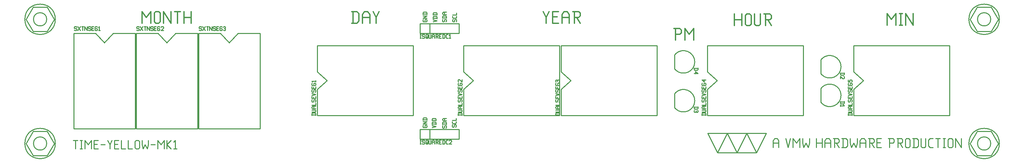
<source format=gbr>
G04 start of page 14 for group -4079 idx -4079 *
G04 Title: (unknown), topsilk *
G04 Creator: pcb 20110918 *
G04 CreationDate: Tue 14 Jan 2014 03:41:54 PM GMT UTC *
G04 For: vince *
G04 Format: Gerber/RS-274X *
G04 PCB-Dimensions: 1000000 160000 *
G04 PCB-Coordinate-Origin: lower left *
%MOIN*%
%FSLAX25Y25*%
%LNTOPSILK*%
%ADD95C,0.0120*%
%ADD94C,0.0100*%
G54D94*X767500Y18800D02*Y11750D01*
Y18800D02*X769145Y21150D01*
X771730D01*
X773375Y18800D01*
Y11750D01*
X767500Y16450D02*X773375D01*
X780425Y21150D02*X782775Y11750D01*
X785125Y21150D01*
X787945D02*Y11750D01*
Y21150D02*X791470Y16450D01*
X794995Y21150D01*
Y11750D01*
X797815Y21150D02*Y16450D01*
X798990Y11750D01*
X801340Y16450D01*
X803690Y11750D01*
X804865Y16450D01*
Y21150D02*Y16450D01*
X811915Y21150D02*Y11750D01*
X817790Y21150D02*Y11750D01*
X811915Y16450D02*X817790D01*
X820610Y18800D02*Y11750D01*
Y18800D02*X822255Y21150D01*
X824840D01*
X826485Y18800D01*
Y11750D01*
X820610Y16450D02*X826485D01*
X829305Y21150D02*X834005D01*
X835180Y19975D01*
Y17625D01*
X834005Y16450D02*X835180Y17625D01*
X830480Y16450D02*X834005D01*
X830480Y21150D02*Y11750D01*
X832360Y16450D02*X835180Y11750D01*
X839175Y21150D02*Y11750D01*
X842230Y21150D02*X843875Y19505D01*
Y13395D01*
X842230Y11750D02*X843875Y13395D01*
X838000Y11750D02*X842230D01*
X838000Y21150D02*X842230D01*
X846695D02*Y16450D01*
X847870Y11750D01*
X850220Y16450D01*
X852570Y11750D01*
X853745Y16450D01*
Y21150D02*Y16450D01*
X856565Y18800D02*Y11750D01*
Y18800D02*X858210Y21150D01*
X860795D01*
X862440Y18800D01*
Y11750D01*
X856565Y16450D02*X862440D01*
X865260Y21150D02*X869960D01*
X871135Y19975D01*
Y17625D01*
X869960Y16450D02*X871135Y17625D01*
X866435Y16450D02*X869960D01*
X866435Y21150D02*Y11750D01*
X868315Y16450D02*X871135Y11750D01*
X873955Y16920D02*X877480D01*
X873955Y11750D02*X878655D01*
X873955Y21150D02*Y11750D01*
Y21150D02*X878655D01*
X886880D02*Y11750D01*
X885705Y21150D02*X890405D01*
X891580Y19975D01*
Y17625D01*
X890405Y16450D02*X891580Y17625D01*
X886880Y16450D02*X890405D01*
X894400Y21150D02*X899100D01*
X900275Y19975D01*
Y17625D01*
X899100Y16450D02*X900275Y17625D01*
X895575Y16450D02*X899100D01*
X895575Y21150D02*Y11750D01*
X897455Y16450D02*X900275Y11750D01*
X903095Y19975D02*Y12925D01*
Y19975D02*X904270Y21150D01*
X906620D01*
X907795Y19975D01*
Y12925D01*
X906620Y11750D02*X907795Y12925D01*
X904270Y11750D02*X906620D01*
X903095Y12925D02*X904270Y11750D01*
X911790Y21150D02*Y11750D01*
X914845Y21150D02*X916490Y19505D01*
Y13395D01*
X914845Y11750D02*X916490Y13395D01*
X910615Y11750D02*X914845D01*
X910615Y21150D02*X914845D01*
X919310D02*Y12925D01*
X920485Y11750D01*
X922835D01*
X924010Y12925D01*
Y21150D02*Y12925D01*
X928475Y11750D02*X931530D01*
X926830Y13395D02*X928475Y11750D01*
X926830Y19505D02*Y13395D01*
Y19505D02*X928475Y21150D01*
X931530D01*
X934350D02*X939050D01*
X936700D02*Y11750D01*
X941870Y21150D02*X944220D01*
X943045D02*Y11750D01*
X941870D02*X944220D01*
X947040Y19975D02*Y12925D01*
Y19975D02*X948215Y21150D01*
X950565D01*
X951740Y19975D01*
Y12925D01*
X950565Y11750D02*X951740Y12925D01*
X948215Y11750D02*X950565D01*
X947040Y12925D02*X948215Y11750D01*
X954560Y21150D02*Y11750D01*
Y21150D02*X960435Y11750D01*
Y21150D02*Y11750D01*
G54D95*X728000Y149500D02*Y137500D01*
X735500Y149500D02*Y137500D01*
X728000Y143500D02*X735500D01*
X739100Y148000D02*Y139000D01*
Y148000D02*X740600Y149500D01*
X743600D01*
X745100Y148000D01*
Y139000D01*
X743600Y137500D02*X745100Y139000D01*
X740600Y137500D02*X743600D01*
X739100Y139000D02*X740600Y137500D01*
X748700Y149500D02*Y139000D01*
X750200Y137500D01*
X753200D01*
X754700Y139000D01*
Y149500D02*Y139000D01*
X758300Y149500D02*X764300D01*
X765800Y148000D01*
Y145000D01*
X764300Y143500D02*X765800Y145000D01*
X759800Y143500D02*X764300D01*
X759800Y149500D02*Y137500D01*
X762200Y143500D02*X765800Y137500D01*
X884500Y150000D02*Y138000D01*
Y150000D02*X889000Y144000D01*
X893500Y150000D01*
Y138000D01*
X897100Y150000D02*X900100D01*
X898600D02*Y138000D01*
X897100D02*X900100D01*
X903700Y150000D02*Y138000D01*
Y150000D02*X911200Y138000D01*
Y150000D02*Y138000D01*
X667500Y134500D02*Y122500D01*
X666000Y134500D02*X672000D01*
X673500Y133000D01*
Y130000D01*
X672000Y128500D02*X673500Y130000D01*
X667500Y128500D02*X672000D01*
X677100Y134500D02*Y122500D01*
Y134500D02*X681600Y128500D01*
X686100Y134500D01*
Y122500D01*
X120500Y152000D02*Y140000D01*
Y152000D02*X125000Y146000D01*
X129500Y152000D01*
Y140000D01*
X133100Y150500D02*Y141500D01*
Y150500D02*X134600Y152000D01*
X137600D01*
X139100Y150500D01*
Y141500D01*
X137600Y140000D02*X139100Y141500D01*
X134600Y140000D02*X137600D01*
X133100Y141500D02*X134600Y140000D01*
X142700Y152000D02*Y140000D01*
Y152000D02*X150200Y140000D01*
Y152000D02*Y140000D01*
X153800Y152000D02*X159800D01*
X156800D02*Y140000D01*
X163400Y152000D02*Y140000D01*
X170900Y152000D02*Y140000D01*
X163400Y146000D02*X170900D01*
G54D94*X408500Y34500D02*X409000Y35000D01*
X408500Y34500D02*Y33000D01*
X409000Y32500D02*X408500Y33000D01*
X409000Y32500D02*X412000D01*
X412500Y33000D01*
Y34500D02*Y33000D01*
Y34500D02*X412000Y35000D01*
X411000D02*X412000D01*
X410500Y34500D02*X411000Y35000D01*
X410500Y34500D02*Y33500D01*
X408500Y36200D02*X412500D01*
X408500D02*X412500Y38700D01*
X408500D02*X412500D01*
X408500Y40400D02*X412500D01*
X408500Y41700D02*X409200Y42400D01*
X411800D01*
X412500Y41700D02*X411800Y42400D01*
X412500Y41700D02*Y39900D01*
X408500Y41700D02*Y39900D01*
X50000Y19300D02*X54400D01*
X52200D02*Y10500D01*
X57040Y19300D02*X59240D01*
X58140D02*Y10500D01*
X57040D02*X59240D01*
X61880Y19300D02*Y10500D01*
Y19300D02*X65180Y14900D01*
X68480Y19300D01*
Y10500D01*
X71120Y15340D02*X74420D01*
X71120Y10500D02*X75520D01*
X71120Y19300D02*Y10500D01*
Y19300D02*X75520D01*
X78160Y14900D02*X82560D01*
X85200Y19300D02*X87400Y14900D01*
X89600Y19300D01*
X87400Y14900D02*Y10500D01*
X92240Y15340D02*X95540D01*
X92240Y10500D02*X96640D01*
X92240Y19300D02*Y10500D01*
Y19300D02*X96640D01*
X99280D02*Y10500D01*
X103680D01*
X106320Y19300D02*Y10500D01*
X110720D01*
X113360Y18200D02*Y11600D01*
Y18200D02*X114460Y19300D01*
X116660D01*
X117760Y18200D01*
Y11600D01*
X116660Y10500D02*X117760Y11600D01*
X114460Y10500D02*X116660D01*
X113360Y11600D02*X114460Y10500D01*
X120400Y19300D02*Y14900D01*
X121500Y10500D01*
X123700Y14900D01*
X125900Y10500D01*
X127000Y14900D01*
Y19300D02*Y14900D01*
X129640D02*X134040D01*
X136680Y19300D02*Y10500D01*
Y19300D02*X139980Y14900D01*
X143280Y19300D01*
Y10500D01*
X145920Y19300D02*Y10500D01*
Y14900D02*X150320Y19300D01*
X145920Y14900D02*X150320Y10500D01*
X152960Y17540D02*X154720Y19300D01*
Y10500D01*
X152960D02*X156260D01*
X418000Y32500D02*X422000Y33500D01*
X418000Y34500D01*
Y36200D02*X422000D01*
X418000Y37500D02*X418700Y38200D01*
X421300D01*
X422000Y37500D02*X421300Y38200D01*
X422000Y37500D02*Y35700D01*
X418000Y37500D02*Y35700D01*
Y39900D02*X422000D01*
X418000Y41200D02*X418700Y41900D01*
X421300D01*
X422000Y41200D02*X421300Y41900D01*
X422000Y41200D02*Y39400D01*
X418000Y41200D02*Y39400D01*
X428500Y34000D02*X429000Y34500D01*
X428500Y34000D02*Y32500D01*
X429000Y32000D02*X428500Y32500D01*
X429000Y32000D02*X430000D01*
X430500Y32500D01*
Y34000D02*Y32500D01*
Y34000D02*X431000Y34500D01*
X432000D01*
X432500Y34000D02*X432000Y34500D01*
X432500Y34000D02*Y32500D01*
X432000Y32000D02*X432500Y32500D01*
X428500Y36200D02*X432500D01*
X428500Y37500D02*X429200Y38200D01*
X431800D01*
X432500Y37500D02*X431800Y38200D01*
X432500Y37500D02*Y35700D01*
X428500Y37500D02*Y35700D01*
X429500Y39400D02*X432500D01*
X429500D02*X428500Y40100D01*
Y41200D02*Y40100D01*
Y41200D02*X429500Y41900D01*
X432500D01*
X430500D02*Y39400D01*
X438500Y35000D02*X439000Y35500D01*
X438500Y35000D02*Y33500D01*
X439000Y33000D02*X438500Y33500D01*
X439000Y33000D02*X440000D01*
X440500Y33500D01*
Y35000D02*Y33500D01*
Y35000D02*X441000Y35500D01*
X442000D01*
X442500Y35000D02*X442000Y35500D01*
X442500Y35000D02*Y33500D01*
X442000Y33000D02*X442500Y33500D01*
Y38700D02*Y37400D01*
X441800Y36700D02*X442500Y37400D01*
X439200Y36700D02*X441800D01*
X439200D02*X438500Y37400D01*
Y38700D02*Y37400D01*
Y39900D02*X442500D01*
Y41900D02*Y39900D01*
G54D95*X337000Y152000D02*Y140000D01*
X340900Y152000D02*X343000Y149900D01*
Y142100D01*
X340900Y140000D02*X343000Y142100D01*
X335500Y140000D02*X340900D01*
X335500Y152000D02*X340900D01*
X346600Y149000D02*Y140000D01*
Y149000D02*X348700Y152000D01*
X352000D01*
X354100Y149000D01*
Y140000D01*
X346600Y146000D02*X354100D01*
X357700Y152000D02*X360700Y146000D01*
X363700Y152000D01*
X360700Y146000D02*Y140000D01*
X532000Y152000D02*X535000Y146000D01*
X538000Y152000D01*
X535000Y146000D02*Y140000D01*
X541600Y146600D02*X546100D01*
X541600Y140000D02*X547600D01*
X541600Y152000D02*Y140000D01*
Y152000D02*X547600D01*
X551200Y149000D02*Y140000D01*
Y149000D02*X553300Y152000D01*
X556600D01*
X558700Y149000D01*
Y140000D01*
X551200Y146000D02*X558700D01*
X562300Y152000D02*X568300D01*
X569800Y150500D01*
Y147500D01*
X568300Y146000D02*X569800Y147500D01*
X563800Y146000D02*X568300D01*
X563800Y152000D02*Y140000D01*
X566200Y146000D02*X569800Y140000D01*
G54D94*X408500Y143500D02*X409000Y144000D01*
X408500Y143500D02*Y142000D01*
X409000Y141500D02*X408500Y142000D01*
X409000Y141500D02*X412000D01*
X412500Y142000D01*
Y143500D02*Y142000D01*
Y143500D02*X412000Y144000D01*
X411000D02*X412000D01*
X410500Y143500D02*X411000Y144000D01*
X410500Y143500D02*Y142500D01*
X408500Y145200D02*X412500D01*
X408500D02*X412500Y147700D01*
X408500D02*X412500D01*
X408500Y149400D02*X412500D01*
X408500Y150700D02*X409200Y151400D01*
X411800D01*
X412500Y150700D02*X411800Y151400D01*
X412500Y150700D02*Y148900D01*
X408500Y150700D02*Y148900D01*
X419000Y141500D02*X423000Y142500D01*
X419000Y143500D01*
Y145200D02*X423000D01*
X419000Y146500D02*X419700Y147200D01*
X422300D01*
X423000Y146500D02*X422300Y147200D01*
X423000Y146500D02*Y144700D01*
X419000Y146500D02*Y144700D01*
Y148900D02*X423000D01*
X419000Y150200D02*X419700Y150900D01*
X422300D01*
X423000Y150200D02*X422300Y150900D01*
X423000Y150200D02*Y148400D01*
X419000Y150200D02*Y148400D01*
X428500Y143500D02*X429000Y144000D01*
X428500Y143500D02*Y142000D01*
X429000Y141500D02*X428500Y142000D01*
X429000Y141500D02*X430000D01*
X430500Y142000D01*
Y143500D02*Y142000D01*
Y143500D02*X431000Y144000D01*
X432000D01*
X432500Y143500D02*X432000Y144000D01*
X432500Y143500D02*Y142000D01*
X432000Y141500D02*X432500Y142000D01*
X428500Y145700D02*X432500D01*
X428500Y147000D02*X429200Y147700D01*
X431800D01*
X432500Y147000D02*X431800Y147700D01*
X432500Y147000D02*Y145200D01*
X428500Y147000D02*Y145200D01*
X429500Y148900D02*X432500D01*
X429500D02*X428500Y149600D01*
Y150700D02*Y149600D01*
Y150700D02*X429500Y151400D01*
X432500D01*
X430500D02*Y148900D01*
X439000Y143500D02*X439500Y144000D01*
X439000Y143500D02*Y142000D01*
X439500Y141500D02*X439000Y142000D01*
X439500Y141500D02*X440500D01*
X441000Y142000D01*
Y143500D02*Y142000D01*
Y143500D02*X441500Y144000D01*
X442500D01*
X443000Y143500D02*X442500Y144000D01*
X443000Y143500D02*Y142000D01*
X442500Y141500D02*X443000Y142000D01*
Y147200D02*Y145900D01*
X442300Y145200D02*X443000Y145900D01*
X439700Y145200D02*X442300D01*
X439700D02*X439000Y145900D01*
Y147200D02*Y145900D01*
Y148400D02*X443000D01*
Y150400D02*Y148400D01*
X816500Y72800D02*Y58300D01*
X817500Y57400D02*X816500Y58400D01*
X817500Y73800D02*X816600Y72900D01*
X817498Y57398D02*G75*G03X817498Y73802I8202J8202D01*G01*
X850300Y45000D02*X948700D01*
Y117000D02*Y45000D01*
X850300Y117000D02*X948700D01*
X850300D02*Y90000D01*
X860250Y81000D01*
X850300Y72000D01*
Y45000D01*
X700300D02*X798700D01*
Y117000D02*Y45000D01*
X700300Y117000D02*X798700D01*
X700300D02*Y90000D01*
X710250Y81000D01*
X700300Y72000D01*
Y45000D01*
X666500Y107300D02*Y92800D01*
X667500Y91900D02*X666500Y92900D01*
X667500Y108300D02*X666600Y107400D01*
X667498Y91898D02*G75*G03X667498Y108302I8202J8202D01*G01*
X816500Y102300D02*Y87800D01*
X817500Y86900D02*X816500Y87900D01*
X817500Y103300D02*X816600Y102400D01*
X817498Y86898D02*G75*G03X817498Y103302I8202J8202D01*G01*
X666500Y67300D02*Y52800D01*
X667500Y51900D02*X666500Y52900D01*
X667500Y68300D02*X666600Y67400D01*
X667498Y51898D02*G75*G03X667498Y68302I8202J8202D01*G01*
X969600Y16000D02*X976800Y3500D01*
X991200D01*
X998400Y16000D01*
X991200Y28500D01*
X976800D01*
X969600Y16000D01*
X977200D02*G75*G03X977200Y16000I6800J0D01*G01*
X968400D02*G75*G03X968400Y16000I15600J0D01*G01*
X969600Y144000D02*X976800Y131500D01*
X991200D01*
X998400Y144000D01*
X991200Y156500D01*
X976800D01*
X969600Y144000D01*
X977200D02*G75*G03X977200Y144000I6800J0D01*G01*
X968400Y144000D02*G75*G03X968400Y144000I15600J0D01*G01*
X700500Y26500D02*X710500Y6500D01*
X750500D01*
X760500Y26500D01*
X700500D01*
X710500Y6500D02*X720500Y26500D01*
X730500Y6500D01*
X740500Y26500D01*
X750500Y6500D01*
X114500Y129700D02*Y31300D01*
X177500D01*
Y129700D01*
X155000D01*
X146000Y119750D01*
X137000Y129700D01*
X114500D01*
X300300Y45000D02*X398700D01*
Y117000D02*Y45000D01*
X300300Y117000D02*X398700D01*
X300300D02*Y90000D01*
X310250Y81000D01*
X300300Y72000D01*
Y45000D01*
X178500Y129700D02*Y31300D01*
X241500D01*
Y129700D01*
X219000D01*
X210000Y119750D01*
X201000Y129700D01*
X178500D01*
X50500D02*Y31300D01*
X113500D01*
Y129700D01*
X91000D01*
X82000Y119750D01*
X73000Y129700D01*
X50500D01*
X450300Y45000D02*X548700D01*
Y117000D02*Y45000D01*
X450300Y117000D02*X548700D01*
X450300D02*Y90000D01*
X460250Y81000D01*
X450300Y72000D01*
Y45000D01*
X550300D02*X648700D01*
Y117000D02*Y45000D01*
X550300Y117000D02*X648700D01*
X550300D02*Y90000D01*
X560250Y81000D01*
X550300Y72000D01*
Y45000D01*
X405500Y129500D02*X445500D01*
Y139500D02*Y129500D01*
X405500Y139500D02*X445500D01*
X405500D02*Y129500D01*
X415500Y139500D02*Y129500D01*
X405500Y139500D02*X415500D01*
X405500Y20500D02*X445500D01*
Y30500D02*Y20500D01*
X405500Y30500D02*X445500D01*
X405500D02*Y20500D01*
X415500Y30500D02*Y20500D01*
X405500Y30500D02*X415500D01*
X1600Y16000D02*X8800Y3500D01*
X23200D01*
X30400Y16000D01*
X23200Y28500D01*
X8800D01*
X1600Y16000D01*
X9200D02*G75*G03X9200Y16000I6800J0D01*G01*
X400D02*G75*G03X400Y16000I15600J0D01*G01*
X1600Y144000D02*X8800Y131500D01*
X23200D01*
X30400Y144000D01*
X23200Y156500D01*
X8800D01*
X1600Y144000D01*
X9200D02*G75*G03X9200Y144000I6800J0D01*G01*
X400Y144000D02*G75*G03X400Y144000I15600J0D01*G01*
X836400Y59000D02*X840400D01*
Y57700D02*X839700Y57000D01*
X837100D02*X839700D01*
X836400Y57700D02*X837100Y57000D01*
X836400Y59500D02*Y57700D01*
X840400Y59500D02*Y57700D01*
X839600Y55800D02*X840400Y55000D01*
X836400D02*X840400D01*
X836400Y55800D02*Y54300D01*
X844500Y45500D02*X848500D01*
X844500Y46800D02*X845200Y47500D01*
X847800D01*
X848500Y46800D02*X847800Y47500D01*
X848500Y46800D02*Y45000D01*
X844500Y46800D02*Y45000D01*
Y48700D02*X848000D01*
X848500Y49200D01*
Y50200D02*Y49200D01*
Y50200D02*X848000Y50700D01*
X844500D02*X848000D01*
X845500Y51900D02*X848500D01*
X845500D02*X844500Y52600D01*
Y53700D02*Y52600D01*
Y53700D02*X845500Y54400D01*
X848500D01*
X846500D02*Y51900D01*
X844500Y55600D02*X848500D01*
Y57600D02*Y55600D01*
X844500Y60800D02*X845000Y61300D01*
X844500Y60800D02*Y59300D01*
X845000Y58800D02*X844500Y59300D01*
X845000Y58800D02*X846000D01*
X846500Y59300D01*
Y60800D02*Y59300D01*
Y60800D02*X847000Y61300D01*
X848000D01*
X848500Y60800D02*X848000Y61300D01*
X848500Y60800D02*Y59300D01*
X848000Y58800D02*X848500Y59300D01*
X846300Y64000D02*Y62500D01*
X848500Y64500D02*Y62500D01*
X844500D02*X848500D01*
X844500Y64500D02*Y62500D01*
Y65700D02*X848500Y66700D01*
X844500Y67700D01*
Y70900D02*X845000Y71400D01*
X844500Y70900D02*Y69400D01*
X845000Y68900D02*X844500Y69400D01*
X845000Y68900D02*X846000D01*
X846500Y69400D01*
Y70900D02*Y69400D01*
Y70900D02*X847000Y71400D01*
X848000D01*
X848500Y70900D02*X848000Y71400D01*
X848500Y70900D02*Y69400D01*
X848000Y68900D02*X848500Y69400D01*
X846300Y74100D02*Y72600D01*
X848500Y74600D02*Y72600D01*
X844500D02*X848500D01*
X844500Y74600D02*Y72600D01*
Y77800D02*X845000Y78300D01*
X844500Y77800D02*Y76300D01*
X845000Y75800D02*X844500Y76300D01*
X845000Y75800D02*X848000D01*
X848500Y76300D01*
Y77800D02*Y76300D01*
Y77800D02*X848000Y78300D01*
X847000D02*X848000D01*
X846500Y77800D02*X847000Y78300D01*
X846500Y77800D02*Y76800D01*
X844500Y81500D02*Y79500D01*
X846500D01*
X846000Y80000D01*
Y81000D02*Y80000D01*
Y81000D02*X846500Y81500D01*
X848000D01*
X848500Y81000D02*X848000Y81500D01*
X848500Y81000D02*Y80000D01*
X848000Y79500D02*X848500Y80000D01*
X694500Y45500D02*X698500D01*
X694500Y46800D02*X695200Y47500D01*
X697800D01*
X698500Y46800D02*X697800Y47500D01*
X698500Y46800D02*Y45000D01*
X694500Y46800D02*Y45000D01*
Y48700D02*X698000D01*
X698500Y49200D01*
Y50200D02*Y49200D01*
Y50200D02*X698000Y50700D01*
X694500D02*X698000D01*
X695500Y51900D02*X698500D01*
X695500D02*X694500Y52600D01*
Y53700D02*Y52600D01*
Y53700D02*X695500Y54400D01*
X698500D01*
X696500D02*Y51900D01*
X694500Y55600D02*X698500D01*
Y57600D02*Y55600D01*
X694500Y60800D02*X695000Y61300D01*
X694500Y60800D02*Y59300D01*
X695000Y58800D02*X694500Y59300D01*
X695000Y58800D02*X696000D01*
X696500Y59300D01*
Y60800D02*Y59300D01*
Y60800D02*X697000Y61300D01*
X698000D01*
X698500Y60800D02*X698000Y61300D01*
X698500Y60800D02*Y59300D01*
X698000Y58800D02*X698500Y59300D01*
X696300Y64000D02*Y62500D01*
X698500Y64500D02*Y62500D01*
X694500D02*X698500D01*
X694500Y64500D02*Y62500D01*
Y65700D02*X698500Y66700D01*
X694500Y67700D01*
Y70900D02*X695000Y71400D01*
X694500Y70900D02*Y69400D01*
X695000Y68900D02*X694500Y69400D01*
X695000Y68900D02*X696000D01*
X696500Y69400D01*
Y70900D02*Y69400D01*
Y70900D02*X697000Y71400D01*
X698000D01*
X698500Y70900D02*X698000Y71400D01*
X698500Y70900D02*Y69400D01*
X698000Y68900D02*X698500Y69400D01*
X696300Y74100D02*Y72600D01*
X698500Y74600D02*Y72600D01*
X694500D02*X698500D01*
X694500Y74600D02*Y72600D01*
Y77800D02*X695000Y78300D01*
X694500Y77800D02*Y76300D01*
X695000Y75800D02*X694500Y76300D01*
X695000Y75800D02*X698000D01*
X698500Y76300D01*
Y77800D02*Y76300D01*
Y77800D02*X698000Y78300D01*
X697000D02*X698000D01*
X696500Y77800D02*X697000Y78300D01*
X696500Y77800D02*Y76800D01*
X697000Y79500D02*X694500Y81500D01*
X697000Y82000D02*Y79500D01*
X694500Y81500D02*X698500D01*
X686400Y93500D02*X690400D01*
Y92200D02*X689700Y91500D01*
X687100D02*X689700D01*
X686400Y92200D02*X687100Y91500D01*
X686400Y94000D02*Y92200D01*
X690400Y94000D02*Y92200D01*
X687900Y90300D02*X690400Y88300D01*
X687900Y90300D02*Y87800D01*
X686400Y88300D02*X690400D01*
X836400Y88500D02*X840400D01*
Y87200D02*X839700Y86500D01*
X837100D02*X839700D01*
X836400Y87200D02*X837100Y86500D01*
X836400Y89000D02*Y87200D01*
X840400Y89000D02*Y87200D01*
X839900Y85300D02*X840400Y84800D01*
Y83300D01*
X839900Y82800D01*
X838900D02*X839900D01*
X836400Y85300D02*X838900Y82800D01*
X836400Y85300D02*Y82800D01*
X686400Y53500D02*X690400D01*
Y52200D02*X689700Y51500D01*
X687100D02*X689700D01*
X686400Y52200D02*X687100Y51500D01*
X686400Y54000D02*Y52200D01*
X690400Y54000D02*Y52200D01*
X689900Y50300D02*X690400Y49800D01*
Y48800D01*
X689900Y48300D01*
X686400Y48800D02*X686900Y48300D01*
X686400Y49800D02*Y48800D01*
X686900Y50300D02*X686400Y49800D01*
X688600D02*Y48800D01*
X689100Y48300D02*X689900D01*
X686900D02*X688100D01*
X688600Y48800D01*
X689100Y48300D02*X688600Y48800D01*
X117000Y136500D02*X117500Y136000D01*
X115500Y136500D02*X117000D01*
X115000Y136000D02*X115500Y136500D01*
X115000Y136000D02*Y135000D01*
X115500Y134500D01*
X117000D01*
X117500Y134000D01*
Y133000D01*
X117000Y132500D02*X117500Y133000D01*
X115500Y132500D02*X117000D01*
X115000Y133000D02*X115500Y132500D01*
X118700D02*X121200Y136500D01*
X118700D02*X121200Y132500D01*
X122400Y136500D02*X124400D01*
X123400D02*Y132500D01*
X125600Y136500D02*Y132500D01*
Y136500D02*X128100Y132500D01*
Y136500D02*Y132500D01*
X131300Y136500D02*X131800Y136000D01*
X129800Y136500D02*X131300D01*
X129300Y136000D02*X129800Y136500D01*
X129300Y136000D02*Y135000D01*
X129800Y134500D01*
X131300D01*
X131800Y134000D01*
Y133000D01*
X131300Y132500D02*X131800Y133000D01*
X129800Y132500D02*X131300D01*
X129300Y133000D02*X129800Y132500D01*
X133000Y134700D02*X134500D01*
X133000Y132500D02*X135000D01*
X133000Y136500D02*Y132500D01*
Y136500D02*X135000D01*
X138200D02*X138700Y136000D01*
X136700Y136500D02*X138200D01*
X136200Y136000D02*X136700Y136500D01*
X136200Y136000D02*Y133000D01*
X136700Y132500D01*
X138200D01*
X138700Y133000D01*
Y134000D02*Y133000D01*
X138200Y134500D02*X138700Y134000D01*
X137200Y134500D02*X138200D01*
X139900Y136000D02*X140400Y136500D01*
X141900D01*
X142400Y136000D01*
Y135000D01*
X139900Y132500D02*X142400Y135000D01*
X139900Y132500D02*X142400D01*
X294500Y45500D02*X298500D01*
X294500Y46800D02*X295200Y47500D01*
X297800D01*
X298500Y46800D02*X297800Y47500D01*
X298500Y46800D02*Y45000D01*
X294500Y46800D02*Y45000D01*
Y48700D02*X298000D01*
X298500Y49200D01*
Y50200D02*Y49200D01*
Y50200D02*X298000Y50700D01*
X294500D02*X298000D01*
X295500Y51900D02*X298500D01*
X295500D02*X294500Y52600D01*
Y53700D02*Y52600D01*
Y53700D02*X295500Y54400D01*
X298500D01*
X296500D02*Y51900D01*
X294500Y55600D02*X298500D01*
Y57600D02*Y55600D01*
X294500Y60800D02*X295000Y61300D01*
X294500Y60800D02*Y59300D01*
X295000Y58800D02*X294500Y59300D01*
X295000Y58800D02*X296000D01*
X296500Y59300D01*
Y60800D02*Y59300D01*
Y60800D02*X297000Y61300D01*
X298000D01*
X298500Y60800D02*X298000Y61300D01*
X298500Y60800D02*Y59300D01*
X298000Y58800D02*X298500Y59300D01*
X296300Y64000D02*Y62500D01*
X298500Y64500D02*Y62500D01*
X294500D02*X298500D01*
X294500Y64500D02*Y62500D01*
Y65700D02*X298500Y66700D01*
X294500Y67700D01*
Y70900D02*X295000Y71400D01*
X294500Y70900D02*Y69400D01*
X295000Y68900D02*X294500Y69400D01*
X295000Y68900D02*X296000D01*
X296500Y69400D01*
Y70900D02*Y69400D01*
Y70900D02*X297000Y71400D01*
X298000D01*
X298500Y70900D02*X298000Y71400D01*
X298500Y70900D02*Y69400D01*
X298000Y68900D02*X298500Y69400D01*
X296300Y74100D02*Y72600D01*
X298500Y74600D02*Y72600D01*
X294500D02*X298500D01*
X294500Y74600D02*Y72600D01*
Y77800D02*X295000Y78300D01*
X294500Y77800D02*Y76300D01*
X295000Y75800D02*X294500Y76300D01*
X295000Y75800D02*X298000D01*
X298500Y76300D01*
Y77800D02*Y76300D01*
Y77800D02*X298000Y78300D01*
X297000D02*X298000D01*
X296500Y77800D02*X297000Y78300D01*
X296500Y77800D02*Y76800D01*
X295300Y79500D02*X294500Y80300D01*
X298500D01*
Y81000D02*Y79500D01*
X181000Y136500D02*X181500Y136000D01*
X179500Y136500D02*X181000D01*
X179000Y136000D02*X179500Y136500D01*
X179000Y136000D02*Y135000D01*
X179500Y134500D01*
X181000D01*
X181500Y134000D01*
Y133000D01*
X181000Y132500D02*X181500Y133000D01*
X179500Y132500D02*X181000D01*
X179000Y133000D02*X179500Y132500D01*
X182700D02*X185200Y136500D01*
X182700D02*X185200Y132500D01*
X186400Y136500D02*X188400D01*
X187400D02*Y132500D01*
X189600Y136500D02*Y132500D01*
Y136500D02*X192100Y132500D01*
Y136500D02*Y132500D01*
X195300Y136500D02*X195800Y136000D01*
X193800Y136500D02*X195300D01*
X193300Y136000D02*X193800Y136500D01*
X193300Y136000D02*Y135000D01*
X193800Y134500D01*
X195300D01*
X195800Y134000D01*
Y133000D01*
X195300Y132500D02*X195800Y133000D01*
X193800Y132500D02*X195300D01*
X193300Y133000D02*X193800Y132500D01*
X197000Y134700D02*X198500D01*
X197000Y132500D02*X199000D01*
X197000Y136500D02*Y132500D01*
Y136500D02*X199000D01*
X202200D02*X202700Y136000D01*
X200700Y136500D02*X202200D01*
X200200Y136000D02*X200700Y136500D01*
X200200Y136000D02*Y133000D01*
X200700Y132500D01*
X202200D01*
X202700Y133000D01*
Y134000D02*Y133000D01*
X202200Y134500D02*X202700Y134000D01*
X201200Y134500D02*X202200D01*
X203900Y136000D02*X204400Y136500D01*
X205400D01*
X205900Y136000D01*
X205400Y132500D02*X205900Y133000D01*
X204400Y132500D02*X205400D01*
X203900Y133000D02*X204400Y132500D01*
Y134700D02*X205400D01*
X205900Y136000D02*Y135200D01*
Y134200D02*Y133000D01*
Y134200D02*X205400Y134700D01*
X205900Y135200D02*X205400Y134700D01*
X53000Y136500D02*X53500Y136000D01*
X51500Y136500D02*X53000D01*
X51000Y136000D02*X51500Y136500D01*
X51000Y136000D02*Y135000D01*
X51500Y134500D01*
X53000D01*
X53500Y134000D01*
Y133000D01*
X53000Y132500D02*X53500Y133000D01*
X51500Y132500D02*X53000D01*
X51000Y133000D02*X51500Y132500D01*
X54700D02*X57200Y136500D01*
X54700D02*X57200Y132500D01*
X58400Y136500D02*X60400D01*
X59400D02*Y132500D01*
X61600Y136500D02*Y132500D01*
Y136500D02*X64100Y132500D01*
Y136500D02*Y132500D01*
X67300Y136500D02*X67800Y136000D01*
X65800Y136500D02*X67300D01*
X65300Y136000D02*X65800Y136500D01*
X65300Y136000D02*Y135000D01*
X65800Y134500D01*
X67300D01*
X67800Y134000D01*
Y133000D01*
X67300Y132500D02*X67800Y133000D01*
X65800Y132500D02*X67300D01*
X65300Y133000D02*X65800Y132500D01*
X69000Y134700D02*X70500D01*
X69000Y132500D02*X71000D01*
X69000Y136500D02*Y132500D01*
Y136500D02*X71000D01*
X74200D02*X74700Y136000D01*
X72700Y136500D02*X74200D01*
X72200Y136000D02*X72700Y136500D01*
X72200Y136000D02*Y133000D01*
X72700Y132500D01*
X74200D01*
X74700Y133000D01*
Y134000D02*Y133000D01*
X74200Y134500D02*X74700Y134000D01*
X73200Y134500D02*X74200D01*
X75900Y135700D02*X76700Y136500D01*
Y132500D01*
X75900D02*X77400D01*
X444500Y45500D02*X448500D01*
X444500Y46800D02*X445200Y47500D01*
X447800D01*
X448500Y46800D02*X447800Y47500D01*
X448500Y46800D02*Y45000D01*
X444500Y46800D02*Y45000D01*
Y48700D02*X448000D01*
X448500Y49200D01*
Y50200D02*Y49200D01*
Y50200D02*X448000Y50700D01*
X444500D02*X448000D01*
X445500Y51900D02*X448500D01*
X445500D02*X444500Y52600D01*
Y53700D02*Y52600D01*
Y53700D02*X445500Y54400D01*
X448500D01*
X446500D02*Y51900D01*
X444500Y55600D02*X448500D01*
Y57600D02*Y55600D01*
X444500Y60800D02*X445000Y61300D01*
X444500Y60800D02*Y59300D01*
X445000Y58800D02*X444500Y59300D01*
X445000Y58800D02*X446000D01*
X446500Y59300D01*
Y60800D02*Y59300D01*
Y60800D02*X447000Y61300D01*
X448000D01*
X448500Y60800D02*X448000Y61300D01*
X448500Y60800D02*Y59300D01*
X448000Y58800D02*X448500Y59300D01*
X446300Y64000D02*Y62500D01*
X448500Y64500D02*Y62500D01*
X444500D02*X448500D01*
X444500Y64500D02*Y62500D01*
Y65700D02*X448500Y66700D01*
X444500Y67700D01*
Y70900D02*X445000Y71400D01*
X444500Y70900D02*Y69400D01*
X445000Y68900D02*X444500Y69400D01*
X445000Y68900D02*X446000D01*
X446500Y69400D01*
Y70900D02*Y69400D01*
Y70900D02*X447000Y71400D01*
X448000D01*
X448500Y70900D02*X448000Y71400D01*
X448500Y70900D02*Y69400D01*
X448000Y68900D02*X448500Y69400D01*
X446300Y74100D02*Y72600D01*
X448500Y74600D02*Y72600D01*
X444500D02*X448500D01*
X444500Y74600D02*Y72600D01*
Y77800D02*X445000Y78300D01*
X444500Y77800D02*Y76300D01*
X445000Y75800D02*X444500Y76300D01*
X445000Y75800D02*X448000D01*
X448500Y76300D01*
Y77800D02*Y76300D01*
Y77800D02*X448000Y78300D01*
X447000D02*X448000D01*
X446500Y77800D02*X447000Y78300D01*
X446500Y77800D02*Y76800D01*
X445000Y79500D02*X444500Y80000D01*
Y81500D02*Y80000D01*
Y81500D02*X445000Y82000D01*
X446000D01*
X448500Y79500D02*X446000Y82000D01*
X448500D02*Y79500D01*
X544500Y45500D02*X548500D01*
X544500Y46800D02*X545200Y47500D01*
X547800D01*
X548500Y46800D02*X547800Y47500D01*
X548500Y46800D02*Y45000D01*
X544500Y46800D02*Y45000D01*
Y48700D02*X548000D01*
X548500Y49200D01*
Y50200D02*Y49200D01*
Y50200D02*X548000Y50700D01*
X544500D02*X548000D01*
X545500Y51900D02*X548500D01*
X545500D02*X544500Y52600D01*
Y53700D02*Y52600D01*
Y53700D02*X545500Y54400D01*
X548500D01*
X546500D02*Y51900D01*
X544500Y55600D02*X548500D01*
Y57600D02*Y55600D01*
X544500Y60800D02*X545000Y61300D01*
X544500Y60800D02*Y59300D01*
X545000Y58800D02*X544500Y59300D01*
X545000Y58800D02*X546000D01*
X546500Y59300D01*
Y60800D02*Y59300D01*
Y60800D02*X547000Y61300D01*
X548000D01*
X548500Y60800D02*X548000Y61300D01*
X548500Y60800D02*Y59300D01*
X548000Y58800D02*X548500Y59300D01*
X546300Y64000D02*Y62500D01*
X548500Y64500D02*Y62500D01*
X544500D02*X548500D01*
X544500Y64500D02*Y62500D01*
Y65700D02*X548500Y66700D01*
X544500Y67700D01*
Y70900D02*X545000Y71400D01*
X544500Y70900D02*Y69400D01*
X545000Y68900D02*X544500Y69400D01*
X545000Y68900D02*X546000D01*
X546500Y69400D01*
Y70900D02*Y69400D01*
Y70900D02*X547000Y71400D01*
X548000D01*
X548500Y70900D02*X548000Y71400D01*
X548500Y70900D02*Y69400D01*
X548000Y68900D02*X548500Y69400D01*
X546300Y74100D02*Y72600D01*
X548500Y74600D02*Y72600D01*
X544500D02*X548500D01*
X544500Y74600D02*Y72600D01*
Y77800D02*X545000Y78300D01*
X544500Y77800D02*Y76300D01*
X545000Y75800D02*X544500Y76300D01*
X545000Y75800D02*X548000D01*
X548500Y76300D01*
Y77800D02*Y76300D01*
Y77800D02*X548000Y78300D01*
X547000D02*X548000D01*
X546500Y77800D02*X547000Y78300D01*
X546500Y77800D02*Y76800D01*
X545000Y79500D02*X544500Y80000D01*
Y81000D02*Y80000D01*
Y81000D02*X545000Y81500D01*
X548500Y81000D02*X548000Y81500D01*
X548500Y81000D02*Y80000D01*
X548000Y79500D02*X548500Y80000D01*
X546300Y81000D02*Y80000D01*
X545000Y81500D02*X545800D01*
X546800D02*X548000D01*
X546800D02*X546300Y81000D01*
X545800Y81500D02*X546300Y81000D01*
X405500Y128500D02*X406500D01*
X406000D02*Y124500D01*
X405500D02*X406500D01*
X409700Y128500D02*X410200Y128000D01*
X408200Y128500D02*X409700D01*
X407700Y128000D02*X408200Y128500D01*
X407700Y128000D02*Y127000D01*
X408200Y126500D01*
X409700D01*
X410200Y126000D01*
Y125000D01*
X409700Y124500D02*X410200Y125000D01*
X408200Y124500D02*X409700D01*
X407700Y125000D02*X408200Y124500D01*
X411400Y128000D02*Y125000D01*
Y128000D02*X411900Y128500D01*
X412900D01*
X413400Y128000D01*
Y125500D01*
X412400Y124500D02*X413400Y125500D01*
X411900Y124500D02*X412400D01*
X411400Y125000D02*X411900Y124500D01*
X412400Y126000D02*X413400Y124500D01*
X414600Y128500D02*Y125000D01*
X415100Y124500D01*
X416100D01*
X416600Y125000D01*
Y128500D02*Y125000D01*
X417800Y127500D02*Y124500D01*
Y127500D02*X418500Y128500D01*
X419600D01*
X420300Y127500D01*
Y124500D01*
X417800Y126500D02*X420300D01*
X421500Y128500D02*X423500D01*
X424000Y128000D01*
Y127000D01*
X423500Y126500D02*X424000Y127000D01*
X422000Y126500D02*X423500D01*
X422000Y128500D02*Y124500D01*
X422800Y126500D02*X424000Y124500D01*
X425200Y126700D02*X426700D01*
X425200Y124500D02*X427200D01*
X425200Y128500D02*Y124500D01*
Y128500D02*X427200D01*
X428900D02*Y124500D01*
X430200Y128500D02*X430900Y127800D01*
Y125200D01*
X430200Y124500D02*X430900Y125200D01*
X428400Y124500D02*X430200D01*
X428400Y128500D02*X430200D01*
X432800Y124500D02*X434100D01*
X432100Y125200D02*X432800Y124500D01*
X432100Y127800D02*Y125200D01*
Y127800D02*X432800Y128500D01*
X434100D01*
X435300Y127700D02*X436100Y128500D01*
Y124500D01*
X435300D02*X436800D01*
X405500Y19500D02*X406500D01*
X406000D02*Y15500D01*
X405500D02*X406500D01*
X409700Y19500D02*X410200Y19000D01*
X408200Y19500D02*X409700D01*
X407700Y19000D02*X408200Y19500D01*
X407700Y19000D02*Y18000D01*
X408200Y17500D01*
X409700D01*
X410200Y17000D01*
Y16000D01*
X409700Y15500D02*X410200Y16000D01*
X408200Y15500D02*X409700D01*
X407700Y16000D02*X408200Y15500D01*
X411400Y19000D02*Y16000D01*
Y19000D02*X411900Y19500D01*
X412900D01*
X413400Y19000D01*
Y16500D01*
X412400Y15500D02*X413400Y16500D01*
X411900Y15500D02*X412400D01*
X411400Y16000D02*X411900Y15500D01*
X412400Y17000D02*X413400Y15500D01*
X414600Y19500D02*Y16000D01*
X415100Y15500D01*
X416100D01*
X416600Y16000D01*
Y19500D02*Y16000D01*
X417800Y18500D02*Y15500D01*
Y18500D02*X418500Y19500D01*
X419600D01*
X420300Y18500D01*
Y15500D01*
X417800Y17500D02*X420300D01*
X421500Y19500D02*X423500D01*
X424000Y19000D01*
Y18000D01*
X423500Y17500D02*X424000Y18000D01*
X422000Y17500D02*X423500D01*
X422000Y19500D02*Y15500D01*
X422800Y17500D02*X424000Y15500D01*
X425200Y17700D02*X426700D01*
X425200Y15500D02*X427200D01*
X425200Y19500D02*Y15500D01*
Y19500D02*X427200D01*
X428900D02*Y15500D01*
X430200Y19500D02*X430900Y18800D01*
Y16200D01*
X430200Y15500D02*X430900Y16200D01*
X428400Y15500D02*X430200D01*
X428400Y19500D02*X430200D01*
X432800Y15500D02*X434100D01*
X432100Y16200D02*X432800Y15500D01*
X432100Y18800D02*Y16200D01*
Y18800D02*X432800Y19500D01*
X434100D01*
X435300Y19000D02*X435800Y19500D01*
X437300D01*
X437800Y19000D01*
Y18000D01*
X435300Y15500D02*X437800Y18000D01*
X435300Y15500D02*X437800D01*
M02*

</source>
